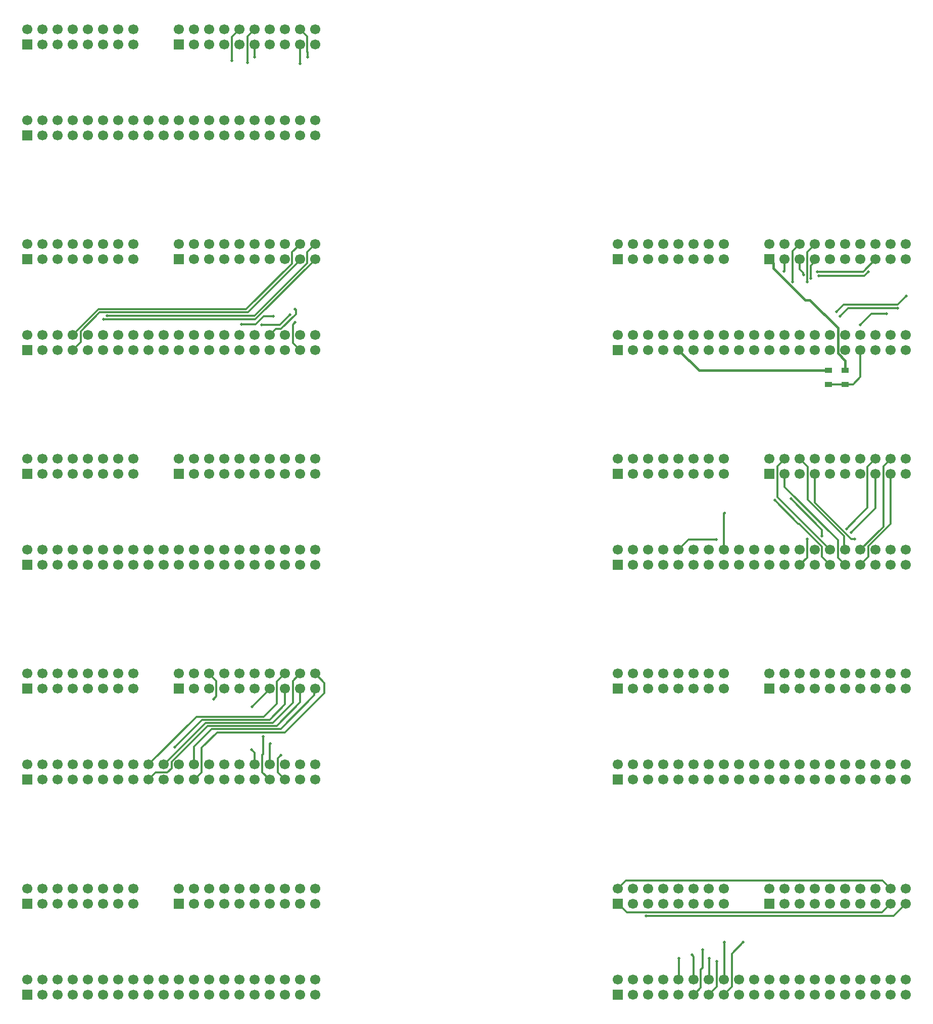
<source format=gbl>
G04*
G04 #@! TF.GenerationSoftware,Altium Limited,Altium Designer,22.6.1 (34)*
G04*
G04 Layer_Physical_Order=2*
G04 Layer_Color=16711680*
%FSLAX24Y24*%
%MOIN*%
G70*
G04*
G04 #@! TF.SameCoordinates,E1D52860-6489-4A1D-BE11-D1A6212AA477*
G04*
G04*
G04 #@! TF.FilePolarity,Positive*
G04*
G01*
G75*
%ADD27C,0.0118*%
%ADD28C,0.0669*%
%ADD29R,0.0669X0.0669*%
%ADD30C,0.0197*%
%ADD31R,0.0512X0.0354*%
%ADD32C,0.0157*%
D27*
X61205Y50217D02*
Y52193D01*
Y50217D02*
X61205Y50217D01*
X60953Y50704D02*
Y50825D01*
Y50704D02*
X60968Y50689D01*
X61205Y52193D02*
X61638Y52626D01*
X60724Y51054D02*
X60953Y50825D01*
X60249Y52238D02*
X60614Y52602D01*
X60249Y50217D02*
Y52238D01*
X59717Y50994D02*
Y51626D01*
X59669Y50947D02*
X59717Y50994D01*
X59669Y50925D02*
Y50947D01*
X61441Y50453D02*
Y51280D01*
X61724Y51563D01*
Y51713D01*
X61992Y50610D02*
X64984D01*
X61874Y50886D02*
X64898D01*
X65724Y51713D01*
X64984Y50610D02*
X65260Y50886D01*
X67189Y48721D02*
X67740Y49272D01*
X63134Y48248D02*
X63606Y48721D01*
X67189D01*
X64715Y47388D02*
X65457Y48130D01*
X66441D01*
X63370Y47933D02*
X63921Y48484D01*
X67189D01*
X59669Y51673D02*
X59717Y51626D01*
X63724Y43465D02*
X64256D01*
X62622D02*
X63724D01*
X62602D02*
X62622D01*
X62583Y43484D02*
X62602Y43465D01*
X64724Y43933D02*
Y45547D01*
X64787Y45610D01*
X64256Y43465D02*
X64724Y43933D01*
X60724Y51054D02*
Y51705D01*
X61638Y52626D02*
Y52736D01*
X60614Y52602D02*
Y52658D01*
X53724Y4193D02*
Y5689D01*
X53606Y5807D02*
X53724Y5689D01*
X54197Y4844D02*
X54315Y4962D01*
Y6162D01*
X54197Y3665D02*
Y4844D01*
X53764Y3232D02*
X54197Y3665D01*
X54736Y4221D02*
Y5559D01*
X54748Y5571D01*
X56252Y5894D02*
X56992Y6634D01*
X56252Y3720D02*
Y5894D01*
X55772Y3240D02*
X56252Y3720D01*
X55732Y4201D02*
Y6595D01*
X55724Y4193D02*
X55732Y4201D01*
X55717Y6619D02*
X55732Y6634D01*
X55252Y5366D02*
X55260Y5374D01*
X55252Y3720D02*
Y5366D01*
X52732Y4185D02*
Y5563D01*
X52740Y5571D01*
X54709Y4193D02*
X54736Y4221D01*
X50575Y8366D02*
X66898D01*
X67724Y9193D01*
X49315Y8603D02*
X66134D01*
X48803Y9114D02*
X49315Y8603D01*
X66134D02*
X66724Y9193D01*
X66189Y10729D02*
X66724Y10193D01*
X49260Y10729D02*
X66189D01*
X48827Y10295D02*
X49260Y10729D01*
X48685Y10295D02*
X48827D01*
X55772Y3209D02*
Y3240D01*
X53764Y3209D02*
Y3232D01*
X53724Y4193D02*
X53724Y4193D01*
X54827Y3295D02*
X55252Y3720D01*
X54827Y3209D02*
Y3295D01*
X62189Y33445D02*
Y33857D01*
X59236Y36028D02*
X62724Y32539D01*
X59236Y36028D02*
Y38051D01*
X60724Y31539D02*
X61205Y32020D01*
Y33248D01*
X59079Y35807D02*
X60622Y34264D01*
X60668D02*
X62197Y32735D01*
X60622Y34264D02*
X60668D01*
X62197Y32067D02*
Y32735D01*
X60142Y35904D02*
Y35925D01*
Y35904D02*
X62189Y33857D01*
X59724Y36697D02*
X63252Y33169D01*
X59724Y36697D02*
Y37524D01*
X59709Y37540D02*
X59724Y37524D01*
X63252Y32012D02*
Y33169D01*
X60711Y37526D02*
X60724Y37539D01*
X64118Y33681D02*
X65724Y35288D01*
Y37508D01*
X64121Y33248D02*
X64354D01*
X61724Y35645D02*
X64121Y33248D01*
X65197Y35311D02*
Y38012D01*
X64488Y34602D02*
X65197Y35311D01*
X64488Y34602D02*
X64488D01*
X53394Y33209D02*
X55220D01*
X52724Y32539D02*
X53394Y33209D01*
X55724Y34933D02*
X55772Y34980D01*
X55724Y32539D02*
Y34933D01*
X61717Y37540D02*
X61724Y37532D01*
Y35645D02*
Y37532D01*
X63646Y32618D02*
Y33445D01*
Y32618D02*
X63724Y32539D01*
X61252Y35839D02*
X63646Y33445D01*
X61252Y35839D02*
Y38012D01*
X63803Y33917D02*
X64488Y34602D01*
X65197Y38012D02*
X65724Y38539D01*
X66724Y34261D02*
Y37374D01*
X65252Y32789D02*
X66724Y34261D01*
X66677Y37421D02*
X66724Y37374D01*
X65252Y32067D02*
Y32789D01*
X64724Y31539D02*
X65252Y32067D01*
X66244Y38059D02*
X66598Y38413D01*
X66244Y34059D02*
Y38059D01*
X66598Y38413D02*
Y38445D01*
X64724Y32539D02*
X66244Y34059D01*
X62661Y31555D02*
Y31602D01*
X62197Y32067D02*
X62661Y31602D01*
X59709Y38524D02*
Y38524D01*
X59236Y38051D02*
X59709Y38524D01*
X63252Y32012D02*
X63724Y31539D01*
X60732Y38524D02*
X60740D01*
X61252Y38012D01*
X27744Y64630D02*
Y65882D01*
X27748Y65886D01*
X27740Y64626D02*
X27744Y64630D01*
X24276Y64666D02*
Y66413D01*
X24748Y65886D02*
X24748Y65886D01*
X24748Y65059D02*
X24748Y65059D01*
Y65886D01*
X28230Y65392D02*
X28254Y65368D01*
X28230Y65392D02*
Y66404D01*
X28254Y65057D02*
Y65368D01*
X27748Y66886D02*
X28230Y66404D01*
X23252Y64823D02*
Y66390D01*
X23748Y66886D01*
X24276Y66413D02*
X24748Y66886D01*
X25220Y47382D02*
X26402D01*
X27071Y48051D01*
X27465Y48091D02*
Y48366D01*
X26155Y47120D02*
X26494D01*
X27465Y48091D01*
X27425Y48390D02*
Y48406D01*
X25748Y46713D02*
X26155Y47120D01*
X23882Y47421D02*
X24827D01*
X25339Y47933D02*
X25968D01*
X24827Y47421D02*
X25339Y47933D01*
X24790Y47736D02*
X28743Y51689D01*
X24307Y48209D02*
X27740Y51642D01*
X28743Y51689D02*
X28748D01*
X15024Y47973D02*
X24748D01*
X28220Y51445D01*
X28748Y52713D02*
X28764Y52728D01*
Y52776D01*
X14523Y48209D02*
X24307D01*
X14441Y48406D02*
X24197D01*
X27220Y51429D01*
X14787Y47736D02*
X24790D01*
X27740Y51642D02*
Y51752D01*
X28220Y51445D02*
Y52185D01*
X27220Y51429D02*
Y52185D01*
X12748Y46713D02*
X14441Y48406D01*
X13276Y46962D02*
X14523Y48209D01*
X13276Y46240D02*
Y46962D01*
X28220Y52185D02*
X28748Y52713D01*
X12748Y45713D02*
X13276Y46240D01*
X27220Y52185D02*
X27701Y52665D01*
Y52697D01*
X27276Y47390D02*
X27425Y47540D01*
X27276Y46185D02*
Y47390D01*
Y46185D02*
X27748Y45713D01*
X22268Y20492D02*
X26756D01*
X21244Y17862D02*
Y19469D01*
X22268Y20492D01*
X20748Y19563D02*
X21913Y20729D01*
X20748Y18390D02*
Y19563D01*
X21913Y20729D02*
X26480D01*
X17748Y18366D02*
X20898Y21516D01*
X25339D01*
X19472Y19508D02*
X21283Y21319D01*
X25732D01*
X21639Y20925D02*
X26205D01*
X19276Y18562D02*
X21639Y20925D01*
X27748Y22469D02*
Y23366D01*
X26205Y20925D02*
X27748Y22469D01*
X26480Y20729D02*
X28689Y22937D01*
Y23307D02*
X28748Y23366D01*
X28689Y22937D02*
Y23307D01*
X25299Y19045D02*
Y20217D01*
X25260Y19005D02*
X25299Y19045D01*
X25260Y17854D02*
Y19005D01*
X25760Y18378D02*
Y19732D01*
X25772Y19744D01*
X25748Y18366D02*
X25760Y18378D01*
X24551Y19351D02*
X24748Y19154D01*
X22031Y22697D02*
X22228Y22894D01*
Y23886D01*
X26276Y17839D02*
Y18792D01*
X26480Y18996D01*
X24748Y18366D02*
Y19154D01*
X25339Y21516D02*
X26220Y22398D01*
Y23839D01*
X26748Y24366D01*
X25732Y21319D02*
X26748Y22335D01*
X21504Y21122D02*
X25947D01*
X18906Y18524D02*
X21504Y21122D01*
X17725Y17343D02*
X17748Y17366D01*
X17622Y17343D02*
X17725D01*
X19276Y18130D02*
Y18562D01*
X26748Y22335D02*
Y23366D01*
X17748Y17366D02*
X18220Y17839D01*
X18984D01*
X19276Y18130D01*
X18724Y18524D02*
X18906D01*
X25947Y21122D02*
X27268Y22443D01*
Y23886D01*
X27748Y24366D01*
X20811Y17429D02*
X21244Y17862D01*
X20811Y17382D02*
Y17429D01*
X26756Y20492D02*
X29354Y23091D01*
Y23760D01*
X28748Y24366D02*
X29354Y23760D01*
X20748Y18390D02*
X20772Y18366D01*
X25732Y23339D02*
Y23406D01*
X24591Y22197D02*
X25732Y23339D01*
X24591Y22185D02*
Y22197D01*
X25260Y17854D02*
X25748Y17366D01*
X21795Y24319D02*
Y24390D01*
Y24319D02*
X22228Y23886D01*
X26276Y17839D02*
X26748Y17366D01*
D28*
X67724Y32539D02*
D03*
Y31539D02*
D03*
X66724Y32539D02*
D03*
Y31539D02*
D03*
X65724Y32539D02*
D03*
Y31539D02*
D03*
X64724Y32539D02*
D03*
Y31539D02*
D03*
X63724Y32539D02*
D03*
Y31539D02*
D03*
X62724Y32539D02*
D03*
Y31539D02*
D03*
X61724Y32539D02*
D03*
Y31539D02*
D03*
X60724Y32539D02*
D03*
Y31539D02*
D03*
X59724Y32539D02*
D03*
Y31539D02*
D03*
X58724Y32539D02*
D03*
Y31539D02*
D03*
X57724Y32539D02*
D03*
Y31539D02*
D03*
X56724Y32539D02*
D03*
Y31539D02*
D03*
X55724Y32539D02*
D03*
Y31539D02*
D03*
X54724Y32539D02*
D03*
Y31539D02*
D03*
X53724Y32539D02*
D03*
Y31539D02*
D03*
X52724Y32539D02*
D03*
Y31539D02*
D03*
X50724D02*
D03*
Y32539D02*
D03*
X49724Y31539D02*
D03*
Y32539D02*
D03*
X48724D02*
D03*
X51724D02*
D03*
Y31539D02*
D03*
X12748Y17366D02*
D03*
Y18366D02*
D03*
X9748D02*
D03*
X10748D02*
D03*
Y17366D02*
D03*
X11748Y18366D02*
D03*
Y17366D02*
D03*
X13748D02*
D03*
Y18366D02*
D03*
X14748Y17366D02*
D03*
Y18366D02*
D03*
X15748Y17366D02*
D03*
Y18366D02*
D03*
X16748Y17366D02*
D03*
Y18366D02*
D03*
X17748Y17366D02*
D03*
Y18366D02*
D03*
X18748Y17366D02*
D03*
Y18366D02*
D03*
X19748Y17366D02*
D03*
Y18366D02*
D03*
X20748Y17366D02*
D03*
Y18366D02*
D03*
X21748Y17366D02*
D03*
Y18366D02*
D03*
X22748Y17366D02*
D03*
Y18366D02*
D03*
X23748Y17366D02*
D03*
Y18366D02*
D03*
X24748Y17366D02*
D03*
Y18366D02*
D03*
X25748Y17366D02*
D03*
Y18366D02*
D03*
X26748Y17366D02*
D03*
Y18366D02*
D03*
X27748Y17366D02*
D03*
Y18366D02*
D03*
X28748Y17366D02*
D03*
Y18366D02*
D03*
X67724Y4193D02*
D03*
Y3193D02*
D03*
X66724Y4193D02*
D03*
Y3193D02*
D03*
X65724Y4193D02*
D03*
Y3193D02*
D03*
X64724Y4193D02*
D03*
Y3193D02*
D03*
X63724Y4193D02*
D03*
Y3193D02*
D03*
X62724Y4193D02*
D03*
Y3193D02*
D03*
X61724Y4193D02*
D03*
Y3193D02*
D03*
X60724Y4193D02*
D03*
Y3193D02*
D03*
X59724Y4193D02*
D03*
Y3193D02*
D03*
X58724Y4193D02*
D03*
Y3193D02*
D03*
X57724Y4193D02*
D03*
Y3193D02*
D03*
X56724Y4193D02*
D03*
Y3193D02*
D03*
X55724Y4193D02*
D03*
Y3193D02*
D03*
X54724Y4193D02*
D03*
Y3193D02*
D03*
X53724Y4193D02*
D03*
Y3193D02*
D03*
X52724Y4193D02*
D03*
Y3193D02*
D03*
X50724D02*
D03*
Y4193D02*
D03*
X49724Y3193D02*
D03*
Y4193D02*
D03*
X48724D02*
D03*
X51724D02*
D03*
Y3193D02*
D03*
X61724Y9193D02*
D03*
Y10193D02*
D03*
X58724D02*
D03*
X59724D02*
D03*
Y9193D02*
D03*
X60724Y10193D02*
D03*
Y9193D02*
D03*
X62724D02*
D03*
Y10193D02*
D03*
X63724Y9193D02*
D03*
Y10193D02*
D03*
X64724Y9193D02*
D03*
Y10193D02*
D03*
X65724Y9193D02*
D03*
Y10193D02*
D03*
X66724Y9193D02*
D03*
Y10193D02*
D03*
X67724Y9193D02*
D03*
Y10193D02*
D03*
X53724D02*
D03*
Y9193D02*
D03*
X52724Y10193D02*
D03*
Y9193D02*
D03*
X50724D02*
D03*
Y10193D02*
D03*
X49724Y9193D02*
D03*
Y10193D02*
D03*
X48724D02*
D03*
X51724D02*
D03*
Y9193D02*
D03*
X54724D02*
D03*
Y10193D02*
D03*
X55724Y9193D02*
D03*
Y10193D02*
D03*
X67724Y18366D02*
D03*
Y17366D02*
D03*
X66724Y18366D02*
D03*
Y17366D02*
D03*
X65724Y18366D02*
D03*
Y17366D02*
D03*
X64724Y18366D02*
D03*
Y17366D02*
D03*
X63724Y18366D02*
D03*
Y17366D02*
D03*
X62724Y18366D02*
D03*
Y17366D02*
D03*
X61724Y18366D02*
D03*
Y17366D02*
D03*
X60724Y18366D02*
D03*
Y17366D02*
D03*
X59724Y18366D02*
D03*
Y17366D02*
D03*
X58724Y18366D02*
D03*
Y17366D02*
D03*
X57724Y18366D02*
D03*
Y17366D02*
D03*
X56724Y18366D02*
D03*
Y17366D02*
D03*
X55724Y18366D02*
D03*
Y17366D02*
D03*
X54724Y18366D02*
D03*
Y17366D02*
D03*
X53724Y18366D02*
D03*
Y17366D02*
D03*
X52724Y18366D02*
D03*
Y17366D02*
D03*
X50724D02*
D03*
Y18366D02*
D03*
X49724Y17366D02*
D03*
Y18366D02*
D03*
X48724D02*
D03*
X51724D02*
D03*
Y17366D02*
D03*
X61724Y23366D02*
D03*
Y24366D02*
D03*
X58724D02*
D03*
X59724D02*
D03*
Y23366D02*
D03*
X60724Y24366D02*
D03*
Y23366D02*
D03*
X62724D02*
D03*
Y24366D02*
D03*
X63724Y23366D02*
D03*
Y24366D02*
D03*
X64724Y23366D02*
D03*
Y24366D02*
D03*
X65724Y23366D02*
D03*
Y24366D02*
D03*
X66724Y23366D02*
D03*
Y24366D02*
D03*
X67724Y23366D02*
D03*
Y24366D02*
D03*
X53724D02*
D03*
Y23366D02*
D03*
X52724Y24366D02*
D03*
Y23366D02*
D03*
X50724D02*
D03*
Y24366D02*
D03*
X49724Y23366D02*
D03*
Y24366D02*
D03*
X48724D02*
D03*
X51724D02*
D03*
Y23366D02*
D03*
X54724D02*
D03*
Y24366D02*
D03*
X55724Y23366D02*
D03*
Y24366D02*
D03*
X61724Y37539D02*
D03*
Y38539D02*
D03*
X58724D02*
D03*
X59724D02*
D03*
Y37539D02*
D03*
X60724Y38539D02*
D03*
Y37539D02*
D03*
X62724D02*
D03*
Y38539D02*
D03*
X63724Y37539D02*
D03*
Y38539D02*
D03*
X64724Y37539D02*
D03*
Y38539D02*
D03*
X65724Y37539D02*
D03*
Y38539D02*
D03*
X66724Y37539D02*
D03*
Y38539D02*
D03*
X67724Y37539D02*
D03*
Y38539D02*
D03*
X53724D02*
D03*
Y37539D02*
D03*
X52724Y38539D02*
D03*
Y37539D02*
D03*
X50724D02*
D03*
Y38539D02*
D03*
X49724Y37539D02*
D03*
Y38539D02*
D03*
X48724D02*
D03*
X51724D02*
D03*
Y37539D02*
D03*
X54724D02*
D03*
Y38539D02*
D03*
X55724Y37539D02*
D03*
Y38539D02*
D03*
X67724Y46713D02*
D03*
Y45713D02*
D03*
X66724Y46713D02*
D03*
Y45713D02*
D03*
X65724Y46713D02*
D03*
Y45713D02*
D03*
X64724Y46713D02*
D03*
Y45713D02*
D03*
X63724Y46713D02*
D03*
Y45713D02*
D03*
X62724Y46713D02*
D03*
Y45713D02*
D03*
X61724Y46713D02*
D03*
Y45713D02*
D03*
X60724Y46713D02*
D03*
Y45713D02*
D03*
X59724Y46713D02*
D03*
Y45713D02*
D03*
X58724Y46713D02*
D03*
Y45713D02*
D03*
X57724Y46713D02*
D03*
Y45713D02*
D03*
X56724Y46713D02*
D03*
Y45713D02*
D03*
X55724Y46713D02*
D03*
Y45713D02*
D03*
X54724Y46713D02*
D03*
Y45713D02*
D03*
X53724Y46713D02*
D03*
Y45713D02*
D03*
X52724Y46713D02*
D03*
Y45713D02*
D03*
X50724D02*
D03*
Y46713D02*
D03*
X49724Y45713D02*
D03*
Y46713D02*
D03*
X48724D02*
D03*
X51724D02*
D03*
Y45713D02*
D03*
X61724Y51713D02*
D03*
Y52713D02*
D03*
X58724D02*
D03*
X59724D02*
D03*
Y51713D02*
D03*
X60724Y52713D02*
D03*
Y51713D02*
D03*
X62724D02*
D03*
Y52713D02*
D03*
X63724Y51713D02*
D03*
Y52713D02*
D03*
X64724Y51713D02*
D03*
Y52713D02*
D03*
X65724Y51713D02*
D03*
Y52713D02*
D03*
X66724Y51713D02*
D03*
Y52713D02*
D03*
X67724Y51713D02*
D03*
Y52713D02*
D03*
X53724D02*
D03*
Y51713D02*
D03*
X52724Y52713D02*
D03*
Y51713D02*
D03*
X50724D02*
D03*
Y52713D02*
D03*
X49724Y51713D02*
D03*
Y52713D02*
D03*
X48724D02*
D03*
X51724D02*
D03*
Y51713D02*
D03*
X54724D02*
D03*
Y52713D02*
D03*
X55724Y51713D02*
D03*
Y52713D02*
D03*
X22748Y65886D02*
D03*
Y66886D02*
D03*
X19748D02*
D03*
X20748D02*
D03*
Y65886D02*
D03*
X21748Y66886D02*
D03*
Y65886D02*
D03*
X23748D02*
D03*
Y66886D02*
D03*
X24748Y65886D02*
D03*
Y66886D02*
D03*
X25748Y65886D02*
D03*
Y66886D02*
D03*
X26748Y65886D02*
D03*
Y66886D02*
D03*
X27748Y65886D02*
D03*
Y66886D02*
D03*
X28748Y65886D02*
D03*
Y66886D02*
D03*
X14748D02*
D03*
Y65886D02*
D03*
X13748Y66886D02*
D03*
Y65886D02*
D03*
X11748D02*
D03*
Y66886D02*
D03*
X10748Y65886D02*
D03*
Y66886D02*
D03*
X9748D02*
D03*
X12748D02*
D03*
Y65886D02*
D03*
X15748D02*
D03*
Y66886D02*
D03*
X16748Y65886D02*
D03*
Y66886D02*
D03*
X28748Y60886D02*
D03*
Y59886D02*
D03*
X27748Y60886D02*
D03*
Y59886D02*
D03*
X26748Y60886D02*
D03*
Y59886D02*
D03*
X25748Y60886D02*
D03*
Y59886D02*
D03*
X24748Y60886D02*
D03*
Y59886D02*
D03*
X23748Y60886D02*
D03*
Y59886D02*
D03*
X22748Y60886D02*
D03*
Y59886D02*
D03*
X21748Y60886D02*
D03*
Y59886D02*
D03*
X20748Y60886D02*
D03*
Y59886D02*
D03*
X19748Y60886D02*
D03*
Y59886D02*
D03*
X18748Y60886D02*
D03*
Y59886D02*
D03*
X17748Y60886D02*
D03*
Y59886D02*
D03*
X16748Y60886D02*
D03*
Y59886D02*
D03*
X15748Y60886D02*
D03*
Y59886D02*
D03*
X14748Y60886D02*
D03*
Y59886D02*
D03*
X13748Y60886D02*
D03*
Y59886D02*
D03*
X11748D02*
D03*
Y60886D02*
D03*
X10748Y59886D02*
D03*
Y60886D02*
D03*
X9748D02*
D03*
X12748D02*
D03*
Y59886D02*
D03*
X22748Y51713D02*
D03*
Y52713D02*
D03*
X19748D02*
D03*
X20748D02*
D03*
Y51713D02*
D03*
X21748Y52713D02*
D03*
Y51713D02*
D03*
X23748D02*
D03*
Y52713D02*
D03*
X24748Y51713D02*
D03*
Y52713D02*
D03*
X25748Y51713D02*
D03*
Y52713D02*
D03*
X26748Y51713D02*
D03*
Y52713D02*
D03*
X27748Y51713D02*
D03*
Y52713D02*
D03*
X28748Y51713D02*
D03*
Y52713D02*
D03*
X14748D02*
D03*
Y51713D02*
D03*
X13748Y52713D02*
D03*
Y51713D02*
D03*
X11748D02*
D03*
Y52713D02*
D03*
X10748Y51713D02*
D03*
Y52713D02*
D03*
X9748D02*
D03*
X12748D02*
D03*
Y51713D02*
D03*
X15748D02*
D03*
Y52713D02*
D03*
X16748Y51713D02*
D03*
Y52713D02*
D03*
X28748Y46713D02*
D03*
Y45713D02*
D03*
X27748Y46713D02*
D03*
Y45713D02*
D03*
X26748Y46713D02*
D03*
Y45713D02*
D03*
X25748Y46713D02*
D03*
Y45713D02*
D03*
X24748Y46713D02*
D03*
Y45713D02*
D03*
X23748Y46713D02*
D03*
Y45713D02*
D03*
X22748Y46713D02*
D03*
Y45713D02*
D03*
X21748Y46713D02*
D03*
Y45713D02*
D03*
X20748Y46713D02*
D03*
Y45713D02*
D03*
X19748Y46713D02*
D03*
Y45713D02*
D03*
X18748Y46713D02*
D03*
Y45713D02*
D03*
X17748Y46713D02*
D03*
Y45713D02*
D03*
X16748Y46713D02*
D03*
Y45713D02*
D03*
X15748Y46713D02*
D03*
Y45713D02*
D03*
X14748Y46713D02*
D03*
Y45713D02*
D03*
X13748Y46713D02*
D03*
Y45713D02*
D03*
X11748D02*
D03*
Y46713D02*
D03*
X10748Y45713D02*
D03*
Y46713D02*
D03*
X9748D02*
D03*
X12748D02*
D03*
Y45713D02*
D03*
X22748Y37539D02*
D03*
Y38539D02*
D03*
X19748D02*
D03*
X20748D02*
D03*
Y37539D02*
D03*
X21748Y38539D02*
D03*
Y37539D02*
D03*
X23748D02*
D03*
Y38539D02*
D03*
X24748Y37539D02*
D03*
Y38539D02*
D03*
X25748Y37539D02*
D03*
Y38539D02*
D03*
X26748Y37539D02*
D03*
Y38539D02*
D03*
X27748Y37539D02*
D03*
Y38539D02*
D03*
X28748Y37539D02*
D03*
Y38539D02*
D03*
X14748D02*
D03*
Y37539D02*
D03*
X13748Y38539D02*
D03*
Y37539D02*
D03*
X11748D02*
D03*
Y38539D02*
D03*
X10748Y37539D02*
D03*
Y38539D02*
D03*
X9748D02*
D03*
X12748D02*
D03*
Y37539D02*
D03*
X15748D02*
D03*
Y38539D02*
D03*
X16748Y37539D02*
D03*
Y38539D02*
D03*
X28748Y32539D02*
D03*
Y31539D02*
D03*
X27748Y32539D02*
D03*
Y31539D02*
D03*
X26748Y32539D02*
D03*
Y31539D02*
D03*
X25748Y32539D02*
D03*
Y31539D02*
D03*
X24748Y32539D02*
D03*
Y31539D02*
D03*
X23748Y32539D02*
D03*
Y31539D02*
D03*
X22748Y32539D02*
D03*
Y31539D02*
D03*
X21748Y32539D02*
D03*
Y31539D02*
D03*
X20748Y32539D02*
D03*
Y31539D02*
D03*
X19748Y32539D02*
D03*
Y31539D02*
D03*
X18748Y32539D02*
D03*
Y31539D02*
D03*
X17748Y32539D02*
D03*
Y31539D02*
D03*
X16748Y32539D02*
D03*
Y31539D02*
D03*
X15748Y32539D02*
D03*
Y31539D02*
D03*
X14748Y32539D02*
D03*
Y31539D02*
D03*
X13748Y32539D02*
D03*
Y31539D02*
D03*
X11748D02*
D03*
Y32539D02*
D03*
X10748Y31539D02*
D03*
Y32539D02*
D03*
X9748D02*
D03*
X12748D02*
D03*
Y31539D02*
D03*
X22748Y23366D02*
D03*
Y24366D02*
D03*
X19748D02*
D03*
X20748D02*
D03*
Y23366D02*
D03*
X21748Y24366D02*
D03*
Y23366D02*
D03*
X23748D02*
D03*
Y24366D02*
D03*
X24748Y23366D02*
D03*
Y24366D02*
D03*
X25748Y23366D02*
D03*
Y24366D02*
D03*
X26748Y23366D02*
D03*
Y24366D02*
D03*
X27748Y23366D02*
D03*
Y24366D02*
D03*
X28748Y23366D02*
D03*
Y24366D02*
D03*
X14748D02*
D03*
Y23366D02*
D03*
X13748Y24366D02*
D03*
Y23366D02*
D03*
X11748D02*
D03*
Y24366D02*
D03*
X10748Y23366D02*
D03*
Y24366D02*
D03*
X9748D02*
D03*
X12748D02*
D03*
Y23366D02*
D03*
X15748D02*
D03*
Y24366D02*
D03*
X16748Y23366D02*
D03*
Y24366D02*
D03*
X22748Y9193D02*
D03*
Y10193D02*
D03*
X19748D02*
D03*
X20748D02*
D03*
Y9193D02*
D03*
X21748Y10193D02*
D03*
Y9193D02*
D03*
X23748D02*
D03*
Y10193D02*
D03*
X24748Y9193D02*
D03*
Y10193D02*
D03*
X25748Y9193D02*
D03*
Y10193D02*
D03*
X26748Y9193D02*
D03*
Y10193D02*
D03*
X27748Y9193D02*
D03*
Y10193D02*
D03*
X28748Y9193D02*
D03*
Y10193D02*
D03*
Y4193D02*
D03*
Y3193D02*
D03*
X27748Y4193D02*
D03*
Y3193D02*
D03*
X26748Y4193D02*
D03*
Y3193D02*
D03*
X25748Y4193D02*
D03*
Y3193D02*
D03*
X24748Y4193D02*
D03*
Y3193D02*
D03*
X23748Y4193D02*
D03*
Y3193D02*
D03*
X22748Y4193D02*
D03*
Y3193D02*
D03*
X21748Y4193D02*
D03*
Y3193D02*
D03*
X20748Y4193D02*
D03*
Y3193D02*
D03*
X19748Y4193D02*
D03*
Y3193D02*
D03*
X18748Y4193D02*
D03*
Y3193D02*
D03*
X17748Y4193D02*
D03*
Y3193D02*
D03*
X16748Y4193D02*
D03*
Y3193D02*
D03*
X15748Y4193D02*
D03*
Y3193D02*
D03*
X14748Y4193D02*
D03*
Y3193D02*
D03*
X13748Y4193D02*
D03*
Y3193D02*
D03*
X11748D02*
D03*
Y4193D02*
D03*
X10748Y3193D02*
D03*
Y4193D02*
D03*
X9748D02*
D03*
X12748D02*
D03*
Y3193D02*
D03*
X14748Y10193D02*
D03*
Y9193D02*
D03*
X13748Y10193D02*
D03*
Y9193D02*
D03*
X11748D02*
D03*
Y10193D02*
D03*
X10748Y9193D02*
D03*
Y10193D02*
D03*
X9748D02*
D03*
X12748D02*
D03*
Y9193D02*
D03*
X15748D02*
D03*
Y10193D02*
D03*
X16748Y9193D02*
D03*
Y10193D02*
D03*
D29*
X48724Y31539D02*
D03*
X9748Y17366D02*
D03*
X48724Y3193D02*
D03*
X58724Y9193D02*
D03*
X48724D02*
D03*
Y17366D02*
D03*
X58724Y23366D02*
D03*
X48724D02*
D03*
X58724Y37539D02*
D03*
X48724D02*
D03*
Y45713D02*
D03*
X58724Y51713D02*
D03*
X48724D02*
D03*
X19748Y65886D02*
D03*
X9748D02*
D03*
Y59886D02*
D03*
X19748Y51713D02*
D03*
X9748D02*
D03*
Y45713D02*
D03*
X19748Y37539D02*
D03*
X9748D02*
D03*
Y31539D02*
D03*
X19748Y23366D02*
D03*
X9748D02*
D03*
X19748Y9193D02*
D03*
X9748Y3193D02*
D03*
Y9193D02*
D03*
D30*
X61205Y50217D02*
D03*
X60968Y50689D02*
D03*
X60249Y50217D02*
D03*
X59669Y50925D02*
D03*
X61441Y50453D02*
D03*
X61874Y50886D02*
D03*
X65260D02*
D03*
X63134Y48248D02*
D03*
X66441Y48130D02*
D03*
X67189Y48484D02*
D03*
X64715Y47388D02*
D03*
X67740Y49272D02*
D03*
X63370Y47933D02*
D03*
X61992Y50610D02*
D03*
X53606Y5807D02*
D03*
X54315Y6162D02*
D03*
X54748Y5571D02*
D03*
X56992Y6634D02*
D03*
X55732Y6634D02*
D03*
X55260Y5374D02*
D03*
X52740Y5571D02*
D03*
X50575Y8366D02*
D03*
X62189Y33445D02*
D03*
X61205Y33248D02*
D03*
X60142Y35925D02*
D03*
X59079Y35807D02*
D03*
X64118Y33681D02*
D03*
X55220Y33209D02*
D03*
X55732Y34941D02*
D03*
X64354Y33248D02*
D03*
X63803Y33917D02*
D03*
X27740Y64626D02*
D03*
X24276Y64666D02*
D03*
X24748Y65059D02*
D03*
X28254Y65057D02*
D03*
X23252Y64823D02*
D03*
X27071Y48051D02*
D03*
X27425Y48406D02*
D03*
X25220Y47382D02*
D03*
X23882Y47421D02*
D03*
X25968Y47933D02*
D03*
X15024Y47973D02*
D03*
X14787Y47736D02*
D03*
X27425Y47540D02*
D03*
X19472Y19508D02*
D03*
X25299Y20217D02*
D03*
X25772Y19744D02*
D03*
X24551Y19351D02*
D03*
X22031Y22697D02*
D03*
X26480Y18996D02*
D03*
X24591Y22185D02*
D03*
D31*
X63724Y44370D02*
D03*
Y43465D02*
D03*
X62622D02*
D03*
Y44370D02*
D03*
D32*
X63232Y45509D02*
Y47166D01*
X61378Y49020D02*
X63232Y47166D01*
X61084Y49020D02*
X61378D01*
X58980Y51124D02*
X61084Y49020D01*
X58980Y51124D02*
Y51457D01*
X58724Y51713D02*
X58980Y51457D01*
X63232Y45509D02*
X63724Y45017D01*
Y44370D02*
Y45017D01*
X52724Y45713D02*
X54067Y44370D01*
X52708Y45729D02*
X52724Y45713D01*
X54067Y44370D02*
X62622D01*
X52661Y45729D02*
X52708D01*
M02*

</source>
